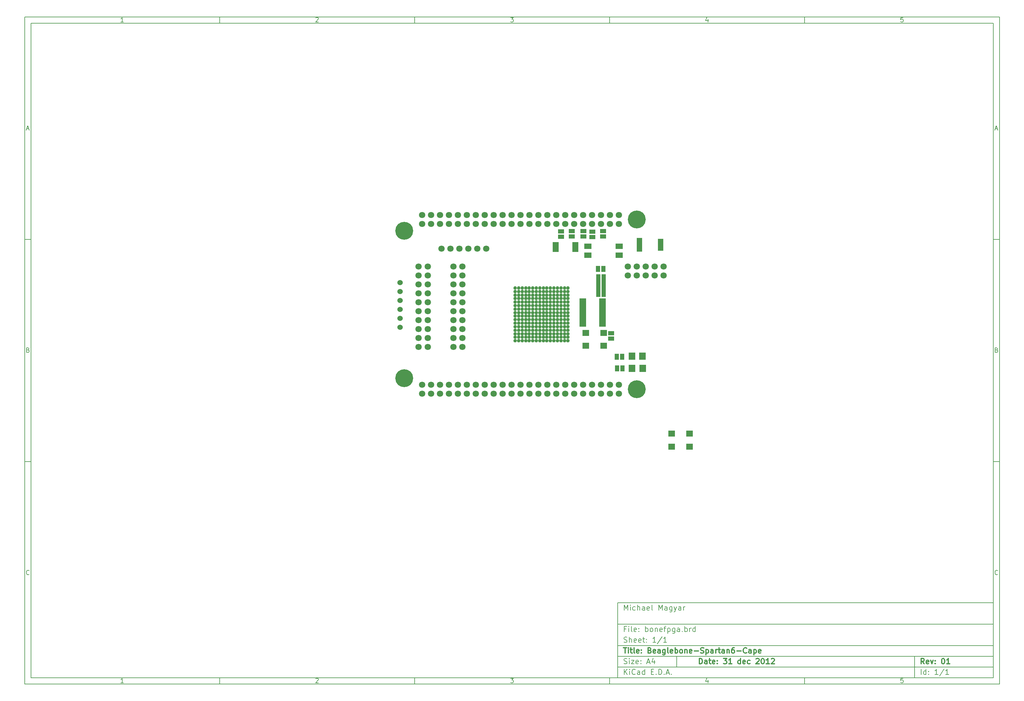
<source format=gts>
G04 (created by PCBNEW-RS274X (2012-jan-04)-stable) date Mon Dec 31 11:21:29 2012*
G01*
G70*
G90*
%MOIN*%
G04 Gerber Fmt 3.4, Leading zero omitted, Abs format*
%FSLAX34Y34*%
G04 APERTURE LIST*
%ADD10C,0.006000*%
%ADD11C,0.012000*%
%ADD12R,0.059400X0.157800*%
%ADD13R,0.059400X0.138100*%
%ADD14C,0.071200*%
%ADD15C,0.200000*%
%ADD16R,0.071200X0.031800*%
%ADD17R,0.077900X0.036500*%
%ADD18R,0.065000X0.045000*%
%ADD19R,0.045000X0.065000*%
%ADD20R,0.079100X0.063300*%
%ADD21R,0.075100X0.083000*%
%ADD22R,0.075100X0.067200*%
%ADD23C,0.039700*%
%ADD24C,0.060200*%
G04 APERTURE END LIST*
G54D10*
X04000Y-04000D02*
X113000Y-04000D01*
X113000Y-78670D01*
X04000Y-78670D01*
X04000Y-04000D01*
X04700Y-04700D02*
X112300Y-04700D01*
X112300Y-77970D01*
X04700Y-77970D01*
X04700Y-04700D01*
X25800Y-04000D02*
X25800Y-04700D01*
X15043Y-04552D02*
X14757Y-04552D01*
X14900Y-04552D02*
X14900Y-04052D01*
X14852Y-04124D01*
X14805Y-04171D01*
X14757Y-04195D01*
X25800Y-78670D02*
X25800Y-77970D01*
X15043Y-78522D02*
X14757Y-78522D01*
X14900Y-78522D02*
X14900Y-78022D01*
X14852Y-78094D01*
X14805Y-78141D01*
X14757Y-78165D01*
X47600Y-04000D02*
X47600Y-04700D01*
X36557Y-04100D02*
X36581Y-04076D01*
X36629Y-04052D01*
X36748Y-04052D01*
X36795Y-04076D01*
X36819Y-04100D01*
X36843Y-04148D01*
X36843Y-04195D01*
X36819Y-04267D01*
X36533Y-04552D01*
X36843Y-04552D01*
X47600Y-78670D02*
X47600Y-77970D01*
X36557Y-78070D02*
X36581Y-78046D01*
X36629Y-78022D01*
X36748Y-78022D01*
X36795Y-78046D01*
X36819Y-78070D01*
X36843Y-78118D01*
X36843Y-78165D01*
X36819Y-78237D01*
X36533Y-78522D01*
X36843Y-78522D01*
X69400Y-04000D02*
X69400Y-04700D01*
X58333Y-04052D02*
X58643Y-04052D01*
X58476Y-04243D01*
X58548Y-04243D01*
X58595Y-04267D01*
X58619Y-04290D01*
X58643Y-04338D01*
X58643Y-04457D01*
X58619Y-04505D01*
X58595Y-04529D01*
X58548Y-04552D01*
X58405Y-04552D01*
X58357Y-04529D01*
X58333Y-04505D01*
X69400Y-78670D02*
X69400Y-77970D01*
X58333Y-78022D02*
X58643Y-78022D01*
X58476Y-78213D01*
X58548Y-78213D01*
X58595Y-78237D01*
X58619Y-78260D01*
X58643Y-78308D01*
X58643Y-78427D01*
X58619Y-78475D01*
X58595Y-78499D01*
X58548Y-78522D01*
X58405Y-78522D01*
X58357Y-78499D01*
X58333Y-78475D01*
X91200Y-04000D02*
X91200Y-04700D01*
X80395Y-04219D02*
X80395Y-04552D01*
X80276Y-04029D02*
X80157Y-04386D01*
X80467Y-04386D01*
X91200Y-78670D02*
X91200Y-77970D01*
X80395Y-78189D02*
X80395Y-78522D01*
X80276Y-77999D02*
X80157Y-78356D01*
X80467Y-78356D01*
X102219Y-04052D02*
X101981Y-04052D01*
X101957Y-04290D01*
X101981Y-04267D01*
X102029Y-04243D01*
X102148Y-04243D01*
X102195Y-04267D01*
X102219Y-04290D01*
X102243Y-04338D01*
X102243Y-04457D01*
X102219Y-04505D01*
X102195Y-04529D01*
X102148Y-04552D01*
X102029Y-04552D01*
X101981Y-04529D01*
X101957Y-04505D01*
X102219Y-78022D02*
X101981Y-78022D01*
X101957Y-78260D01*
X101981Y-78237D01*
X102029Y-78213D01*
X102148Y-78213D01*
X102195Y-78237D01*
X102219Y-78260D01*
X102243Y-78308D01*
X102243Y-78427D01*
X102219Y-78475D01*
X102195Y-78499D01*
X102148Y-78522D01*
X102029Y-78522D01*
X101981Y-78499D01*
X101957Y-78475D01*
X04000Y-28890D02*
X04700Y-28890D01*
X04231Y-16510D02*
X04469Y-16510D01*
X04184Y-16652D02*
X04350Y-16152D01*
X04517Y-16652D01*
X113000Y-28890D02*
X112300Y-28890D01*
X112531Y-16510D02*
X112769Y-16510D01*
X112484Y-16652D02*
X112650Y-16152D01*
X112817Y-16652D01*
X04000Y-53780D02*
X04700Y-53780D01*
X04386Y-41280D02*
X04457Y-41304D01*
X04481Y-41328D01*
X04505Y-41376D01*
X04505Y-41447D01*
X04481Y-41495D01*
X04457Y-41519D01*
X04410Y-41542D01*
X04219Y-41542D01*
X04219Y-41042D01*
X04386Y-41042D01*
X04433Y-41066D01*
X04457Y-41090D01*
X04481Y-41138D01*
X04481Y-41185D01*
X04457Y-41233D01*
X04433Y-41257D01*
X04386Y-41280D01*
X04219Y-41280D01*
X113000Y-53780D02*
X112300Y-53780D01*
X112686Y-41280D02*
X112757Y-41304D01*
X112781Y-41328D01*
X112805Y-41376D01*
X112805Y-41447D01*
X112781Y-41495D01*
X112757Y-41519D01*
X112710Y-41542D01*
X112519Y-41542D01*
X112519Y-41042D01*
X112686Y-41042D01*
X112733Y-41066D01*
X112757Y-41090D01*
X112781Y-41138D01*
X112781Y-41185D01*
X112757Y-41233D01*
X112733Y-41257D01*
X112686Y-41280D01*
X112519Y-41280D01*
X04505Y-66385D02*
X04481Y-66409D01*
X04410Y-66432D01*
X04362Y-66432D01*
X04290Y-66409D01*
X04243Y-66361D01*
X04219Y-66313D01*
X04195Y-66218D01*
X04195Y-66147D01*
X04219Y-66051D01*
X04243Y-66004D01*
X04290Y-65956D01*
X04362Y-65932D01*
X04410Y-65932D01*
X04481Y-65956D01*
X04505Y-65980D01*
X112805Y-66385D02*
X112781Y-66409D01*
X112710Y-66432D01*
X112662Y-66432D01*
X112590Y-66409D01*
X112543Y-66361D01*
X112519Y-66313D01*
X112495Y-66218D01*
X112495Y-66147D01*
X112519Y-66051D01*
X112543Y-66004D01*
X112590Y-65956D01*
X112662Y-65932D01*
X112710Y-65932D01*
X112781Y-65956D01*
X112805Y-65980D01*
G54D11*
X79443Y-76413D02*
X79443Y-75813D01*
X79586Y-75813D01*
X79671Y-75841D01*
X79729Y-75899D01*
X79757Y-75956D01*
X79786Y-76070D01*
X79786Y-76156D01*
X79757Y-76270D01*
X79729Y-76327D01*
X79671Y-76384D01*
X79586Y-76413D01*
X79443Y-76413D01*
X80300Y-76413D02*
X80300Y-76099D01*
X80271Y-76041D01*
X80214Y-76013D01*
X80100Y-76013D01*
X80043Y-76041D01*
X80300Y-76384D02*
X80243Y-76413D01*
X80100Y-76413D01*
X80043Y-76384D01*
X80014Y-76327D01*
X80014Y-76270D01*
X80043Y-76213D01*
X80100Y-76184D01*
X80243Y-76184D01*
X80300Y-76156D01*
X80500Y-76013D02*
X80729Y-76013D01*
X80586Y-75813D02*
X80586Y-76327D01*
X80614Y-76384D01*
X80672Y-76413D01*
X80729Y-76413D01*
X81157Y-76384D02*
X81100Y-76413D01*
X80986Y-76413D01*
X80929Y-76384D01*
X80900Y-76327D01*
X80900Y-76099D01*
X80929Y-76041D01*
X80986Y-76013D01*
X81100Y-76013D01*
X81157Y-76041D01*
X81186Y-76099D01*
X81186Y-76156D01*
X80900Y-76213D01*
X81443Y-76356D02*
X81471Y-76384D01*
X81443Y-76413D01*
X81414Y-76384D01*
X81443Y-76356D01*
X81443Y-76413D01*
X81443Y-76041D02*
X81471Y-76070D01*
X81443Y-76099D01*
X81414Y-76070D01*
X81443Y-76041D01*
X81443Y-76099D01*
X82129Y-75813D02*
X82500Y-75813D01*
X82300Y-76041D01*
X82386Y-76041D01*
X82443Y-76070D01*
X82472Y-76099D01*
X82500Y-76156D01*
X82500Y-76299D01*
X82472Y-76356D01*
X82443Y-76384D01*
X82386Y-76413D01*
X82214Y-76413D01*
X82157Y-76384D01*
X82129Y-76356D01*
X83071Y-76413D02*
X82728Y-76413D01*
X82900Y-76413D02*
X82900Y-75813D01*
X82843Y-75899D01*
X82785Y-75956D01*
X82728Y-75984D01*
X84042Y-76413D02*
X84042Y-75813D01*
X84042Y-76384D02*
X83985Y-76413D01*
X83871Y-76413D01*
X83813Y-76384D01*
X83785Y-76356D01*
X83756Y-76299D01*
X83756Y-76127D01*
X83785Y-76070D01*
X83813Y-76041D01*
X83871Y-76013D01*
X83985Y-76013D01*
X84042Y-76041D01*
X84556Y-76384D02*
X84499Y-76413D01*
X84385Y-76413D01*
X84328Y-76384D01*
X84299Y-76327D01*
X84299Y-76099D01*
X84328Y-76041D01*
X84385Y-76013D01*
X84499Y-76013D01*
X84556Y-76041D01*
X84585Y-76099D01*
X84585Y-76156D01*
X84299Y-76213D01*
X85099Y-76384D02*
X85042Y-76413D01*
X84928Y-76413D01*
X84870Y-76384D01*
X84842Y-76356D01*
X84813Y-76299D01*
X84813Y-76127D01*
X84842Y-76070D01*
X84870Y-76041D01*
X84928Y-76013D01*
X85042Y-76013D01*
X85099Y-76041D01*
X85784Y-75870D02*
X85813Y-75841D01*
X85870Y-75813D01*
X86013Y-75813D01*
X86070Y-75841D01*
X86099Y-75870D01*
X86127Y-75927D01*
X86127Y-75984D01*
X86099Y-76070D01*
X85756Y-76413D01*
X86127Y-76413D01*
X86498Y-75813D02*
X86555Y-75813D01*
X86612Y-75841D01*
X86641Y-75870D01*
X86670Y-75927D01*
X86698Y-76041D01*
X86698Y-76184D01*
X86670Y-76299D01*
X86641Y-76356D01*
X86612Y-76384D01*
X86555Y-76413D01*
X86498Y-76413D01*
X86441Y-76384D01*
X86412Y-76356D01*
X86384Y-76299D01*
X86355Y-76184D01*
X86355Y-76041D01*
X86384Y-75927D01*
X86412Y-75870D01*
X86441Y-75841D01*
X86498Y-75813D01*
X87269Y-76413D02*
X86926Y-76413D01*
X87098Y-76413D02*
X87098Y-75813D01*
X87041Y-75899D01*
X86983Y-75956D01*
X86926Y-75984D01*
X87497Y-75870D02*
X87526Y-75841D01*
X87583Y-75813D01*
X87726Y-75813D01*
X87783Y-75841D01*
X87812Y-75870D01*
X87840Y-75927D01*
X87840Y-75984D01*
X87812Y-76070D01*
X87469Y-76413D01*
X87840Y-76413D01*
G54D10*
X71043Y-77613D02*
X71043Y-77013D01*
X71386Y-77613D02*
X71129Y-77270D01*
X71386Y-77013D02*
X71043Y-77356D01*
X71643Y-77613D02*
X71643Y-77213D01*
X71643Y-77013D02*
X71614Y-77041D01*
X71643Y-77070D01*
X71671Y-77041D01*
X71643Y-77013D01*
X71643Y-77070D01*
X72272Y-77556D02*
X72243Y-77584D01*
X72157Y-77613D01*
X72100Y-77613D01*
X72015Y-77584D01*
X71957Y-77527D01*
X71929Y-77470D01*
X71900Y-77356D01*
X71900Y-77270D01*
X71929Y-77156D01*
X71957Y-77099D01*
X72015Y-77041D01*
X72100Y-77013D01*
X72157Y-77013D01*
X72243Y-77041D01*
X72272Y-77070D01*
X72786Y-77613D02*
X72786Y-77299D01*
X72757Y-77241D01*
X72700Y-77213D01*
X72586Y-77213D01*
X72529Y-77241D01*
X72786Y-77584D02*
X72729Y-77613D01*
X72586Y-77613D01*
X72529Y-77584D01*
X72500Y-77527D01*
X72500Y-77470D01*
X72529Y-77413D01*
X72586Y-77384D01*
X72729Y-77384D01*
X72786Y-77356D01*
X73329Y-77613D02*
X73329Y-77013D01*
X73329Y-77584D02*
X73272Y-77613D01*
X73158Y-77613D01*
X73100Y-77584D01*
X73072Y-77556D01*
X73043Y-77499D01*
X73043Y-77327D01*
X73072Y-77270D01*
X73100Y-77241D01*
X73158Y-77213D01*
X73272Y-77213D01*
X73329Y-77241D01*
X74072Y-77299D02*
X74272Y-77299D01*
X74358Y-77613D02*
X74072Y-77613D01*
X74072Y-77013D01*
X74358Y-77013D01*
X74615Y-77556D02*
X74643Y-77584D01*
X74615Y-77613D01*
X74586Y-77584D01*
X74615Y-77556D01*
X74615Y-77613D01*
X74901Y-77613D02*
X74901Y-77013D01*
X75044Y-77013D01*
X75129Y-77041D01*
X75187Y-77099D01*
X75215Y-77156D01*
X75244Y-77270D01*
X75244Y-77356D01*
X75215Y-77470D01*
X75187Y-77527D01*
X75129Y-77584D01*
X75044Y-77613D01*
X74901Y-77613D01*
X75501Y-77556D02*
X75529Y-77584D01*
X75501Y-77613D01*
X75472Y-77584D01*
X75501Y-77556D01*
X75501Y-77613D01*
X75758Y-77441D02*
X76044Y-77441D01*
X75701Y-77613D02*
X75901Y-77013D01*
X76101Y-77613D01*
X76301Y-77556D02*
X76329Y-77584D01*
X76301Y-77613D01*
X76272Y-77584D01*
X76301Y-77556D01*
X76301Y-77613D01*
G54D11*
X104586Y-76413D02*
X104386Y-76127D01*
X104243Y-76413D02*
X104243Y-75813D01*
X104471Y-75813D01*
X104529Y-75841D01*
X104557Y-75870D01*
X104586Y-75927D01*
X104586Y-76013D01*
X104557Y-76070D01*
X104529Y-76099D01*
X104471Y-76127D01*
X104243Y-76127D01*
X105071Y-76384D02*
X105014Y-76413D01*
X104900Y-76413D01*
X104843Y-76384D01*
X104814Y-76327D01*
X104814Y-76099D01*
X104843Y-76041D01*
X104900Y-76013D01*
X105014Y-76013D01*
X105071Y-76041D01*
X105100Y-76099D01*
X105100Y-76156D01*
X104814Y-76213D01*
X105300Y-76013D02*
X105443Y-76413D01*
X105585Y-76013D01*
X105814Y-76356D02*
X105842Y-76384D01*
X105814Y-76413D01*
X105785Y-76384D01*
X105814Y-76356D01*
X105814Y-76413D01*
X105814Y-76041D02*
X105842Y-76070D01*
X105814Y-76099D01*
X105785Y-76070D01*
X105814Y-76041D01*
X105814Y-76099D01*
X106671Y-75813D02*
X106728Y-75813D01*
X106785Y-75841D01*
X106814Y-75870D01*
X106843Y-75927D01*
X106871Y-76041D01*
X106871Y-76184D01*
X106843Y-76299D01*
X106814Y-76356D01*
X106785Y-76384D01*
X106728Y-76413D01*
X106671Y-76413D01*
X106614Y-76384D01*
X106585Y-76356D01*
X106557Y-76299D01*
X106528Y-76184D01*
X106528Y-76041D01*
X106557Y-75927D01*
X106585Y-75870D01*
X106614Y-75841D01*
X106671Y-75813D01*
X107442Y-76413D02*
X107099Y-76413D01*
X107271Y-76413D02*
X107271Y-75813D01*
X107214Y-75899D01*
X107156Y-75956D01*
X107099Y-75984D01*
G54D10*
X71014Y-76384D02*
X71100Y-76413D01*
X71243Y-76413D01*
X71300Y-76384D01*
X71329Y-76356D01*
X71357Y-76299D01*
X71357Y-76241D01*
X71329Y-76184D01*
X71300Y-76156D01*
X71243Y-76127D01*
X71129Y-76099D01*
X71071Y-76070D01*
X71043Y-76041D01*
X71014Y-75984D01*
X71014Y-75927D01*
X71043Y-75870D01*
X71071Y-75841D01*
X71129Y-75813D01*
X71271Y-75813D01*
X71357Y-75841D01*
X71614Y-76413D02*
X71614Y-76013D01*
X71614Y-75813D02*
X71585Y-75841D01*
X71614Y-75870D01*
X71642Y-75841D01*
X71614Y-75813D01*
X71614Y-75870D01*
X71843Y-76013D02*
X72157Y-76013D01*
X71843Y-76413D01*
X72157Y-76413D01*
X72614Y-76384D02*
X72557Y-76413D01*
X72443Y-76413D01*
X72386Y-76384D01*
X72357Y-76327D01*
X72357Y-76099D01*
X72386Y-76041D01*
X72443Y-76013D01*
X72557Y-76013D01*
X72614Y-76041D01*
X72643Y-76099D01*
X72643Y-76156D01*
X72357Y-76213D01*
X72900Y-76356D02*
X72928Y-76384D01*
X72900Y-76413D01*
X72871Y-76384D01*
X72900Y-76356D01*
X72900Y-76413D01*
X72900Y-76041D02*
X72928Y-76070D01*
X72900Y-76099D01*
X72871Y-76070D01*
X72900Y-76041D01*
X72900Y-76099D01*
X73614Y-76241D02*
X73900Y-76241D01*
X73557Y-76413D02*
X73757Y-75813D01*
X73957Y-76413D01*
X74414Y-76013D02*
X74414Y-76413D01*
X74271Y-75784D02*
X74128Y-76213D01*
X74500Y-76213D01*
X104243Y-77613D02*
X104243Y-77013D01*
X104786Y-77613D02*
X104786Y-77013D01*
X104786Y-77584D02*
X104729Y-77613D01*
X104615Y-77613D01*
X104557Y-77584D01*
X104529Y-77556D01*
X104500Y-77499D01*
X104500Y-77327D01*
X104529Y-77270D01*
X104557Y-77241D01*
X104615Y-77213D01*
X104729Y-77213D01*
X104786Y-77241D01*
X105072Y-77556D02*
X105100Y-77584D01*
X105072Y-77613D01*
X105043Y-77584D01*
X105072Y-77556D01*
X105072Y-77613D01*
X105072Y-77241D02*
X105100Y-77270D01*
X105072Y-77299D01*
X105043Y-77270D01*
X105072Y-77241D01*
X105072Y-77299D01*
X106129Y-77613D02*
X105786Y-77613D01*
X105958Y-77613D02*
X105958Y-77013D01*
X105901Y-77099D01*
X105843Y-77156D01*
X105786Y-77184D01*
X106814Y-76984D02*
X106300Y-77756D01*
X107329Y-77613D02*
X106986Y-77613D01*
X107158Y-77613D02*
X107158Y-77013D01*
X107101Y-77099D01*
X107043Y-77156D01*
X106986Y-77184D01*
G54D11*
X70957Y-74613D02*
X71300Y-74613D01*
X71129Y-75213D02*
X71129Y-74613D01*
X71500Y-75213D02*
X71500Y-74813D01*
X71500Y-74613D02*
X71471Y-74641D01*
X71500Y-74670D01*
X71528Y-74641D01*
X71500Y-74613D01*
X71500Y-74670D01*
X71700Y-74813D02*
X71929Y-74813D01*
X71786Y-74613D02*
X71786Y-75127D01*
X71814Y-75184D01*
X71872Y-75213D01*
X71929Y-75213D01*
X72215Y-75213D02*
X72157Y-75184D01*
X72129Y-75127D01*
X72129Y-74613D01*
X72671Y-75184D02*
X72614Y-75213D01*
X72500Y-75213D01*
X72443Y-75184D01*
X72414Y-75127D01*
X72414Y-74899D01*
X72443Y-74841D01*
X72500Y-74813D01*
X72614Y-74813D01*
X72671Y-74841D01*
X72700Y-74899D01*
X72700Y-74956D01*
X72414Y-75013D01*
X72957Y-75156D02*
X72985Y-75184D01*
X72957Y-75213D01*
X72928Y-75184D01*
X72957Y-75156D01*
X72957Y-75213D01*
X72957Y-74841D02*
X72985Y-74870D01*
X72957Y-74899D01*
X72928Y-74870D01*
X72957Y-74841D01*
X72957Y-74899D01*
X73900Y-74899D02*
X73986Y-74927D01*
X74014Y-74956D01*
X74043Y-75013D01*
X74043Y-75099D01*
X74014Y-75156D01*
X73986Y-75184D01*
X73928Y-75213D01*
X73700Y-75213D01*
X73700Y-74613D01*
X73900Y-74613D01*
X73957Y-74641D01*
X73986Y-74670D01*
X74014Y-74727D01*
X74014Y-74784D01*
X73986Y-74841D01*
X73957Y-74870D01*
X73900Y-74899D01*
X73700Y-74899D01*
X74528Y-75184D02*
X74471Y-75213D01*
X74357Y-75213D01*
X74300Y-75184D01*
X74271Y-75127D01*
X74271Y-74899D01*
X74300Y-74841D01*
X74357Y-74813D01*
X74471Y-74813D01*
X74528Y-74841D01*
X74557Y-74899D01*
X74557Y-74956D01*
X74271Y-75013D01*
X75071Y-75213D02*
X75071Y-74899D01*
X75042Y-74841D01*
X74985Y-74813D01*
X74871Y-74813D01*
X74814Y-74841D01*
X75071Y-75184D02*
X75014Y-75213D01*
X74871Y-75213D01*
X74814Y-75184D01*
X74785Y-75127D01*
X74785Y-75070D01*
X74814Y-75013D01*
X74871Y-74984D01*
X75014Y-74984D01*
X75071Y-74956D01*
X75614Y-74813D02*
X75614Y-75299D01*
X75585Y-75356D01*
X75557Y-75384D01*
X75500Y-75413D01*
X75414Y-75413D01*
X75357Y-75384D01*
X75614Y-75184D02*
X75557Y-75213D01*
X75443Y-75213D01*
X75385Y-75184D01*
X75357Y-75156D01*
X75328Y-75099D01*
X75328Y-74927D01*
X75357Y-74870D01*
X75385Y-74841D01*
X75443Y-74813D01*
X75557Y-74813D01*
X75614Y-74841D01*
X75986Y-75213D02*
X75928Y-75184D01*
X75900Y-75127D01*
X75900Y-74613D01*
X76442Y-75184D02*
X76385Y-75213D01*
X76271Y-75213D01*
X76214Y-75184D01*
X76185Y-75127D01*
X76185Y-74899D01*
X76214Y-74841D01*
X76271Y-74813D01*
X76385Y-74813D01*
X76442Y-74841D01*
X76471Y-74899D01*
X76471Y-74956D01*
X76185Y-75013D01*
X76728Y-75213D02*
X76728Y-74613D01*
X76728Y-74841D02*
X76785Y-74813D01*
X76899Y-74813D01*
X76956Y-74841D01*
X76985Y-74870D01*
X77014Y-74927D01*
X77014Y-75099D01*
X76985Y-75156D01*
X76956Y-75184D01*
X76899Y-75213D01*
X76785Y-75213D01*
X76728Y-75184D01*
X77357Y-75213D02*
X77299Y-75184D01*
X77271Y-75156D01*
X77242Y-75099D01*
X77242Y-74927D01*
X77271Y-74870D01*
X77299Y-74841D01*
X77357Y-74813D01*
X77442Y-74813D01*
X77499Y-74841D01*
X77528Y-74870D01*
X77557Y-74927D01*
X77557Y-75099D01*
X77528Y-75156D01*
X77499Y-75184D01*
X77442Y-75213D01*
X77357Y-75213D01*
X77814Y-74813D02*
X77814Y-75213D01*
X77814Y-74870D02*
X77842Y-74841D01*
X77900Y-74813D01*
X77985Y-74813D01*
X78042Y-74841D01*
X78071Y-74899D01*
X78071Y-75213D01*
X78585Y-75184D02*
X78528Y-75213D01*
X78414Y-75213D01*
X78357Y-75184D01*
X78328Y-75127D01*
X78328Y-74899D01*
X78357Y-74841D01*
X78414Y-74813D01*
X78528Y-74813D01*
X78585Y-74841D01*
X78614Y-74899D01*
X78614Y-74956D01*
X78328Y-75013D01*
X78871Y-74984D02*
X79328Y-74984D01*
X79585Y-75184D02*
X79671Y-75213D01*
X79814Y-75213D01*
X79871Y-75184D01*
X79900Y-75156D01*
X79928Y-75099D01*
X79928Y-75041D01*
X79900Y-74984D01*
X79871Y-74956D01*
X79814Y-74927D01*
X79700Y-74899D01*
X79642Y-74870D01*
X79614Y-74841D01*
X79585Y-74784D01*
X79585Y-74727D01*
X79614Y-74670D01*
X79642Y-74641D01*
X79700Y-74613D01*
X79842Y-74613D01*
X79928Y-74641D01*
X80185Y-74813D02*
X80185Y-75413D01*
X80185Y-74841D02*
X80242Y-74813D01*
X80356Y-74813D01*
X80413Y-74841D01*
X80442Y-74870D01*
X80471Y-74927D01*
X80471Y-75099D01*
X80442Y-75156D01*
X80413Y-75184D01*
X80356Y-75213D01*
X80242Y-75213D01*
X80185Y-75184D01*
X80985Y-75213D02*
X80985Y-74899D01*
X80956Y-74841D01*
X80899Y-74813D01*
X80785Y-74813D01*
X80728Y-74841D01*
X80985Y-75184D02*
X80928Y-75213D01*
X80785Y-75213D01*
X80728Y-75184D01*
X80699Y-75127D01*
X80699Y-75070D01*
X80728Y-75013D01*
X80785Y-74984D01*
X80928Y-74984D01*
X80985Y-74956D01*
X81271Y-75213D02*
X81271Y-74813D01*
X81271Y-74927D02*
X81299Y-74870D01*
X81328Y-74841D01*
X81385Y-74813D01*
X81442Y-74813D01*
X81556Y-74813D02*
X81785Y-74813D01*
X81642Y-74613D02*
X81642Y-75127D01*
X81670Y-75184D01*
X81728Y-75213D01*
X81785Y-75213D01*
X82242Y-75213D02*
X82242Y-74899D01*
X82213Y-74841D01*
X82156Y-74813D01*
X82042Y-74813D01*
X81985Y-74841D01*
X82242Y-75184D02*
X82185Y-75213D01*
X82042Y-75213D01*
X81985Y-75184D01*
X81956Y-75127D01*
X81956Y-75070D01*
X81985Y-75013D01*
X82042Y-74984D01*
X82185Y-74984D01*
X82242Y-74956D01*
X82528Y-74813D02*
X82528Y-75213D01*
X82528Y-74870D02*
X82556Y-74841D01*
X82614Y-74813D01*
X82699Y-74813D01*
X82756Y-74841D01*
X82785Y-74899D01*
X82785Y-75213D01*
X83328Y-74613D02*
X83214Y-74613D01*
X83157Y-74641D01*
X83128Y-74670D01*
X83071Y-74756D01*
X83042Y-74870D01*
X83042Y-75099D01*
X83071Y-75156D01*
X83099Y-75184D01*
X83157Y-75213D01*
X83271Y-75213D01*
X83328Y-75184D01*
X83357Y-75156D01*
X83385Y-75099D01*
X83385Y-74956D01*
X83357Y-74899D01*
X83328Y-74870D01*
X83271Y-74841D01*
X83157Y-74841D01*
X83099Y-74870D01*
X83071Y-74899D01*
X83042Y-74956D01*
X83642Y-74984D02*
X84099Y-74984D01*
X84728Y-75156D02*
X84699Y-75184D01*
X84613Y-75213D01*
X84556Y-75213D01*
X84471Y-75184D01*
X84413Y-75127D01*
X84385Y-75070D01*
X84356Y-74956D01*
X84356Y-74870D01*
X84385Y-74756D01*
X84413Y-74699D01*
X84471Y-74641D01*
X84556Y-74613D01*
X84613Y-74613D01*
X84699Y-74641D01*
X84728Y-74670D01*
X85242Y-75213D02*
X85242Y-74899D01*
X85213Y-74841D01*
X85156Y-74813D01*
X85042Y-74813D01*
X84985Y-74841D01*
X85242Y-75184D02*
X85185Y-75213D01*
X85042Y-75213D01*
X84985Y-75184D01*
X84956Y-75127D01*
X84956Y-75070D01*
X84985Y-75013D01*
X85042Y-74984D01*
X85185Y-74984D01*
X85242Y-74956D01*
X85528Y-74813D02*
X85528Y-75413D01*
X85528Y-74841D02*
X85585Y-74813D01*
X85699Y-74813D01*
X85756Y-74841D01*
X85785Y-74870D01*
X85814Y-74927D01*
X85814Y-75099D01*
X85785Y-75156D01*
X85756Y-75184D01*
X85699Y-75213D01*
X85585Y-75213D01*
X85528Y-75184D01*
X86299Y-75184D02*
X86242Y-75213D01*
X86128Y-75213D01*
X86071Y-75184D01*
X86042Y-75127D01*
X86042Y-74899D01*
X86071Y-74841D01*
X86128Y-74813D01*
X86242Y-74813D01*
X86299Y-74841D01*
X86328Y-74899D01*
X86328Y-74956D01*
X86042Y-75013D01*
G54D10*
X71243Y-72499D02*
X71043Y-72499D01*
X71043Y-72813D02*
X71043Y-72213D01*
X71329Y-72213D01*
X71557Y-72813D02*
X71557Y-72413D01*
X71557Y-72213D02*
X71528Y-72241D01*
X71557Y-72270D01*
X71585Y-72241D01*
X71557Y-72213D01*
X71557Y-72270D01*
X71929Y-72813D02*
X71871Y-72784D01*
X71843Y-72727D01*
X71843Y-72213D01*
X72385Y-72784D02*
X72328Y-72813D01*
X72214Y-72813D01*
X72157Y-72784D01*
X72128Y-72727D01*
X72128Y-72499D01*
X72157Y-72441D01*
X72214Y-72413D01*
X72328Y-72413D01*
X72385Y-72441D01*
X72414Y-72499D01*
X72414Y-72556D01*
X72128Y-72613D01*
X72671Y-72756D02*
X72699Y-72784D01*
X72671Y-72813D01*
X72642Y-72784D01*
X72671Y-72756D01*
X72671Y-72813D01*
X72671Y-72441D02*
X72699Y-72470D01*
X72671Y-72499D01*
X72642Y-72470D01*
X72671Y-72441D01*
X72671Y-72499D01*
X73414Y-72813D02*
X73414Y-72213D01*
X73414Y-72441D02*
X73471Y-72413D01*
X73585Y-72413D01*
X73642Y-72441D01*
X73671Y-72470D01*
X73700Y-72527D01*
X73700Y-72699D01*
X73671Y-72756D01*
X73642Y-72784D01*
X73585Y-72813D01*
X73471Y-72813D01*
X73414Y-72784D01*
X74043Y-72813D02*
X73985Y-72784D01*
X73957Y-72756D01*
X73928Y-72699D01*
X73928Y-72527D01*
X73957Y-72470D01*
X73985Y-72441D01*
X74043Y-72413D01*
X74128Y-72413D01*
X74185Y-72441D01*
X74214Y-72470D01*
X74243Y-72527D01*
X74243Y-72699D01*
X74214Y-72756D01*
X74185Y-72784D01*
X74128Y-72813D01*
X74043Y-72813D01*
X74500Y-72413D02*
X74500Y-72813D01*
X74500Y-72470D02*
X74528Y-72441D01*
X74586Y-72413D01*
X74671Y-72413D01*
X74728Y-72441D01*
X74757Y-72499D01*
X74757Y-72813D01*
X75271Y-72784D02*
X75214Y-72813D01*
X75100Y-72813D01*
X75043Y-72784D01*
X75014Y-72727D01*
X75014Y-72499D01*
X75043Y-72441D01*
X75100Y-72413D01*
X75214Y-72413D01*
X75271Y-72441D01*
X75300Y-72499D01*
X75300Y-72556D01*
X75014Y-72613D01*
X75471Y-72413D02*
X75700Y-72413D01*
X75557Y-72813D02*
X75557Y-72299D01*
X75585Y-72241D01*
X75643Y-72213D01*
X75700Y-72213D01*
X75900Y-72413D02*
X75900Y-73013D01*
X75900Y-72441D02*
X75957Y-72413D01*
X76071Y-72413D01*
X76128Y-72441D01*
X76157Y-72470D01*
X76186Y-72527D01*
X76186Y-72699D01*
X76157Y-72756D01*
X76128Y-72784D01*
X76071Y-72813D01*
X75957Y-72813D01*
X75900Y-72784D01*
X76700Y-72413D02*
X76700Y-72899D01*
X76671Y-72956D01*
X76643Y-72984D01*
X76586Y-73013D01*
X76500Y-73013D01*
X76443Y-72984D01*
X76700Y-72784D02*
X76643Y-72813D01*
X76529Y-72813D01*
X76471Y-72784D01*
X76443Y-72756D01*
X76414Y-72699D01*
X76414Y-72527D01*
X76443Y-72470D01*
X76471Y-72441D01*
X76529Y-72413D01*
X76643Y-72413D01*
X76700Y-72441D01*
X77243Y-72813D02*
X77243Y-72499D01*
X77214Y-72441D01*
X77157Y-72413D01*
X77043Y-72413D01*
X76986Y-72441D01*
X77243Y-72784D02*
X77186Y-72813D01*
X77043Y-72813D01*
X76986Y-72784D01*
X76957Y-72727D01*
X76957Y-72670D01*
X76986Y-72613D01*
X77043Y-72584D01*
X77186Y-72584D01*
X77243Y-72556D01*
X77529Y-72756D02*
X77557Y-72784D01*
X77529Y-72813D01*
X77500Y-72784D01*
X77529Y-72756D01*
X77529Y-72813D01*
X77815Y-72813D02*
X77815Y-72213D01*
X77815Y-72441D02*
X77872Y-72413D01*
X77986Y-72413D01*
X78043Y-72441D01*
X78072Y-72470D01*
X78101Y-72527D01*
X78101Y-72699D01*
X78072Y-72756D01*
X78043Y-72784D01*
X77986Y-72813D01*
X77872Y-72813D01*
X77815Y-72784D01*
X78358Y-72813D02*
X78358Y-72413D01*
X78358Y-72527D02*
X78386Y-72470D01*
X78415Y-72441D01*
X78472Y-72413D01*
X78529Y-72413D01*
X78986Y-72813D02*
X78986Y-72213D01*
X78986Y-72784D02*
X78929Y-72813D01*
X78815Y-72813D01*
X78757Y-72784D01*
X78729Y-72756D01*
X78700Y-72699D01*
X78700Y-72527D01*
X78729Y-72470D01*
X78757Y-72441D01*
X78815Y-72413D01*
X78929Y-72413D01*
X78986Y-72441D01*
X71014Y-73984D02*
X71100Y-74013D01*
X71243Y-74013D01*
X71300Y-73984D01*
X71329Y-73956D01*
X71357Y-73899D01*
X71357Y-73841D01*
X71329Y-73784D01*
X71300Y-73756D01*
X71243Y-73727D01*
X71129Y-73699D01*
X71071Y-73670D01*
X71043Y-73641D01*
X71014Y-73584D01*
X71014Y-73527D01*
X71043Y-73470D01*
X71071Y-73441D01*
X71129Y-73413D01*
X71271Y-73413D01*
X71357Y-73441D01*
X71614Y-74013D02*
X71614Y-73413D01*
X71871Y-74013D02*
X71871Y-73699D01*
X71842Y-73641D01*
X71785Y-73613D01*
X71700Y-73613D01*
X71642Y-73641D01*
X71614Y-73670D01*
X72385Y-73984D02*
X72328Y-74013D01*
X72214Y-74013D01*
X72157Y-73984D01*
X72128Y-73927D01*
X72128Y-73699D01*
X72157Y-73641D01*
X72214Y-73613D01*
X72328Y-73613D01*
X72385Y-73641D01*
X72414Y-73699D01*
X72414Y-73756D01*
X72128Y-73813D01*
X72899Y-73984D02*
X72842Y-74013D01*
X72728Y-74013D01*
X72671Y-73984D01*
X72642Y-73927D01*
X72642Y-73699D01*
X72671Y-73641D01*
X72728Y-73613D01*
X72842Y-73613D01*
X72899Y-73641D01*
X72928Y-73699D01*
X72928Y-73756D01*
X72642Y-73813D01*
X73099Y-73613D02*
X73328Y-73613D01*
X73185Y-73413D02*
X73185Y-73927D01*
X73213Y-73984D01*
X73271Y-74013D01*
X73328Y-74013D01*
X73528Y-73956D02*
X73556Y-73984D01*
X73528Y-74013D01*
X73499Y-73984D01*
X73528Y-73956D01*
X73528Y-74013D01*
X73528Y-73641D02*
X73556Y-73670D01*
X73528Y-73699D01*
X73499Y-73670D01*
X73528Y-73641D01*
X73528Y-73699D01*
X74585Y-74013D02*
X74242Y-74013D01*
X74414Y-74013D02*
X74414Y-73413D01*
X74357Y-73499D01*
X74299Y-73556D01*
X74242Y-73584D01*
X75270Y-73384D02*
X74756Y-74156D01*
X75785Y-74013D02*
X75442Y-74013D01*
X75614Y-74013D02*
X75614Y-73413D01*
X75557Y-73499D01*
X75499Y-73556D01*
X75442Y-73584D01*
X71043Y-70413D02*
X71043Y-69813D01*
X71243Y-70241D01*
X71443Y-69813D01*
X71443Y-70413D01*
X71729Y-70413D02*
X71729Y-70013D01*
X71729Y-69813D02*
X71700Y-69841D01*
X71729Y-69870D01*
X71757Y-69841D01*
X71729Y-69813D01*
X71729Y-69870D01*
X72272Y-70384D02*
X72215Y-70413D01*
X72101Y-70413D01*
X72043Y-70384D01*
X72015Y-70356D01*
X71986Y-70299D01*
X71986Y-70127D01*
X72015Y-70070D01*
X72043Y-70041D01*
X72101Y-70013D01*
X72215Y-70013D01*
X72272Y-70041D01*
X72529Y-70413D02*
X72529Y-69813D01*
X72786Y-70413D02*
X72786Y-70099D01*
X72757Y-70041D01*
X72700Y-70013D01*
X72615Y-70013D01*
X72557Y-70041D01*
X72529Y-70070D01*
X73329Y-70413D02*
X73329Y-70099D01*
X73300Y-70041D01*
X73243Y-70013D01*
X73129Y-70013D01*
X73072Y-70041D01*
X73329Y-70384D02*
X73272Y-70413D01*
X73129Y-70413D01*
X73072Y-70384D01*
X73043Y-70327D01*
X73043Y-70270D01*
X73072Y-70213D01*
X73129Y-70184D01*
X73272Y-70184D01*
X73329Y-70156D01*
X73843Y-70384D02*
X73786Y-70413D01*
X73672Y-70413D01*
X73615Y-70384D01*
X73586Y-70327D01*
X73586Y-70099D01*
X73615Y-70041D01*
X73672Y-70013D01*
X73786Y-70013D01*
X73843Y-70041D01*
X73872Y-70099D01*
X73872Y-70156D01*
X73586Y-70213D01*
X74215Y-70413D02*
X74157Y-70384D01*
X74129Y-70327D01*
X74129Y-69813D01*
X74900Y-70413D02*
X74900Y-69813D01*
X75100Y-70241D01*
X75300Y-69813D01*
X75300Y-70413D01*
X75843Y-70413D02*
X75843Y-70099D01*
X75814Y-70041D01*
X75757Y-70013D01*
X75643Y-70013D01*
X75586Y-70041D01*
X75843Y-70384D02*
X75786Y-70413D01*
X75643Y-70413D01*
X75586Y-70384D01*
X75557Y-70327D01*
X75557Y-70270D01*
X75586Y-70213D01*
X75643Y-70184D01*
X75786Y-70184D01*
X75843Y-70156D01*
X76386Y-70013D02*
X76386Y-70499D01*
X76357Y-70556D01*
X76329Y-70584D01*
X76272Y-70613D01*
X76186Y-70613D01*
X76129Y-70584D01*
X76386Y-70384D02*
X76329Y-70413D01*
X76215Y-70413D01*
X76157Y-70384D01*
X76129Y-70356D01*
X76100Y-70299D01*
X76100Y-70127D01*
X76129Y-70070D01*
X76157Y-70041D01*
X76215Y-70013D01*
X76329Y-70013D01*
X76386Y-70041D01*
X76615Y-70013D02*
X76758Y-70413D01*
X76900Y-70013D02*
X76758Y-70413D01*
X76700Y-70556D01*
X76672Y-70584D01*
X76615Y-70613D01*
X77386Y-70413D02*
X77386Y-70099D01*
X77357Y-70041D01*
X77300Y-70013D01*
X77186Y-70013D01*
X77129Y-70041D01*
X77386Y-70384D02*
X77329Y-70413D01*
X77186Y-70413D01*
X77129Y-70384D01*
X77100Y-70327D01*
X77100Y-70270D01*
X77129Y-70213D01*
X77186Y-70184D01*
X77329Y-70184D01*
X77386Y-70156D01*
X77672Y-70413D02*
X77672Y-70013D01*
X77672Y-70127D02*
X77700Y-70070D01*
X77729Y-70041D01*
X77786Y-70013D01*
X77843Y-70013D01*
X70300Y-69570D02*
X70300Y-77970D01*
X70300Y-71970D02*
X112300Y-71970D01*
X70300Y-69570D02*
X112300Y-69570D01*
X70300Y-74370D02*
X112300Y-74370D01*
X103500Y-75570D02*
X103500Y-77970D01*
X70300Y-76770D02*
X112300Y-76770D01*
X70300Y-75570D02*
X112300Y-75570D01*
X76900Y-75570D02*
X76900Y-76770D01*
G54D12*
X72736Y-29504D03*
G54D13*
X75098Y-29504D03*
G54D14*
X51949Y-32949D03*
X52956Y-32949D03*
X51949Y-31949D03*
X52956Y-31949D03*
X52956Y-35949D03*
X51949Y-35949D03*
X52956Y-36949D03*
X51949Y-36949D03*
X52956Y-33949D03*
X51949Y-33949D03*
X52956Y-34949D03*
X51949Y-34949D03*
X51949Y-38949D03*
X52956Y-38949D03*
X51949Y-37949D03*
X52956Y-37949D03*
X51949Y-40949D03*
X52956Y-40949D03*
X51949Y-39949D03*
X52956Y-39949D03*
X55610Y-29925D03*
X54610Y-29925D03*
X53610Y-29925D03*
X50610Y-29925D03*
X51610Y-29925D03*
X52610Y-29925D03*
G54D15*
X46431Y-27931D03*
X72431Y-26681D03*
X72431Y-45681D03*
X46431Y-44431D03*
G54D14*
X70431Y-26181D03*
X70431Y-27181D03*
X69431Y-26181D03*
X69431Y-27181D03*
X68431Y-26181D03*
X68431Y-27181D03*
X67431Y-26181D03*
X67431Y-27181D03*
X66431Y-26181D03*
X66431Y-27181D03*
X65431Y-26181D03*
X65431Y-27181D03*
X64431Y-26181D03*
X64431Y-27181D03*
X63431Y-26181D03*
X63431Y-27181D03*
X62431Y-26181D03*
X62431Y-27181D03*
X61431Y-26181D03*
X61431Y-27181D03*
X60431Y-26181D03*
X60431Y-27181D03*
X59431Y-26181D03*
X59431Y-27181D03*
X58431Y-26181D03*
X58431Y-27181D03*
X57431Y-26181D03*
X57431Y-27181D03*
X56431Y-26181D03*
X56431Y-27181D03*
X55431Y-26181D03*
X55431Y-27181D03*
X54431Y-26181D03*
X54431Y-27181D03*
X53431Y-26181D03*
X53431Y-27181D03*
X52431Y-26181D03*
X52431Y-27181D03*
X51431Y-26181D03*
X51431Y-27181D03*
X50431Y-26181D03*
X50431Y-27181D03*
X49431Y-26181D03*
X49431Y-27181D03*
X48431Y-26181D03*
X48431Y-27181D03*
X70431Y-45181D03*
X70431Y-46181D03*
X69431Y-45181D03*
X69431Y-46181D03*
X68431Y-45181D03*
X68431Y-46181D03*
X67431Y-45181D03*
X67431Y-46181D03*
X66431Y-45181D03*
X66431Y-46181D03*
X65431Y-45181D03*
X65431Y-46181D03*
X64431Y-45181D03*
X64431Y-46181D03*
X63431Y-45181D03*
X63431Y-46181D03*
X62431Y-45181D03*
X62431Y-46181D03*
X61431Y-45181D03*
X61431Y-46181D03*
X60431Y-45181D03*
X60431Y-46181D03*
X59431Y-45181D03*
X59431Y-46181D03*
X58431Y-45181D03*
X58431Y-46181D03*
X57431Y-45181D03*
X57431Y-46181D03*
X56431Y-45181D03*
X56431Y-46181D03*
X55431Y-45181D03*
X55431Y-46181D03*
X54431Y-45181D03*
X54431Y-46181D03*
X53431Y-45181D03*
X53431Y-46181D03*
X52431Y-45181D03*
X52431Y-46181D03*
X51431Y-45181D03*
X51431Y-46181D03*
X50431Y-45181D03*
X50431Y-46181D03*
X49431Y-45181D03*
X49431Y-46181D03*
X48431Y-45181D03*
X48431Y-46181D03*
X75431Y-31931D03*
X75431Y-32931D03*
X74431Y-31931D03*
X74431Y-32931D03*
X73431Y-31931D03*
X73431Y-32931D03*
X72431Y-31931D03*
X72431Y-32931D03*
X71431Y-31931D03*
X71431Y-32931D03*
G54D16*
X65580Y-30130D03*
X65580Y-29880D03*
X65580Y-29620D03*
X65580Y-29370D03*
X63380Y-29370D03*
X63380Y-29620D03*
X63380Y-29880D03*
X63380Y-30135D03*
G54D17*
X66394Y-37207D03*
X66394Y-37463D03*
X66394Y-37719D03*
X66394Y-37975D03*
X66394Y-36439D03*
X66394Y-36695D03*
X66394Y-36951D03*
X68598Y-37207D03*
X68598Y-36951D03*
X68598Y-36695D03*
X68598Y-36439D03*
X68598Y-36183D03*
X68598Y-35927D03*
X66394Y-38231D03*
X68596Y-35671D03*
X66394Y-36183D03*
X66394Y-38487D03*
X68598Y-37463D03*
X66394Y-35928D03*
X68598Y-38487D03*
X68598Y-37718D03*
X66394Y-35672D03*
X68598Y-38231D03*
X68598Y-37974D03*
G54D18*
X68681Y-27972D03*
X68681Y-28572D03*
X67492Y-28023D03*
X67492Y-28623D03*
X66472Y-27983D03*
X66472Y-28583D03*
X63980Y-28015D03*
X63980Y-28615D03*
X65173Y-27980D03*
X65173Y-28580D03*
G54D19*
X68709Y-32209D03*
X68109Y-32209D03*
X68733Y-33122D03*
X68133Y-33122D03*
X68729Y-34350D03*
X68129Y-34350D03*
X68741Y-35000D03*
X68141Y-35000D03*
X68737Y-33729D03*
X68137Y-33729D03*
X70816Y-42043D03*
X70216Y-42043D03*
X70831Y-43331D03*
X70231Y-43331D03*
G54D18*
X69587Y-39405D03*
X69587Y-40005D03*
G54D20*
X70469Y-29654D03*
X70469Y-30654D03*
X66966Y-29654D03*
X66966Y-30654D03*
G54D21*
X71894Y-41984D03*
X73075Y-41984D03*
X71921Y-43319D03*
X73102Y-43319D03*
G54D14*
X48059Y-32949D03*
X49066Y-32949D03*
X48059Y-31949D03*
X49066Y-31949D03*
X49066Y-35949D03*
X48059Y-35949D03*
X49066Y-36949D03*
X48059Y-36949D03*
X49066Y-33949D03*
X48059Y-33949D03*
X49066Y-34949D03*
X48059Y-34949D03*
X48059Y-38949D03*
X49066Y-38949D03*
X48059Y-37949D03*
X49066Y-37949D03*
X48059Y-40949D03*
X49066Y-40949D03*
X48059Y-39949D03*
X49066Y-39949D03*
G54D22*
X66728Y-39358D03*
X68728Y-39358D03*
X68728Y-40815D03*
X66728Y-40815D03*
G54D23*
X58849Y-40240D03*
X58849Y-39847D03*
X58849Y-39453D03*
X58849Y-39059D03*
X58849Y-38665D03*
X58849Y-38272D03*
X58849Y-37878D03*
X58849Y-37484D03*
X58849Y-37091D03*
X58849Y-36697D03*
X58849Y-36303D03*
X58849Y-35910D03*
X58849Y-35516D03*
X58849Y-35122D03*
X58849Y-34728D03*
X58849Y-34335D03*
X59242Y-40240D03*
X59242Y-39847D03*
X59242Y-39453D03*
X59242Y-39059D03*
X59242Y-38665D03*
X59242Y-38272D03*
X59242Y-37878D03*
X59242Y-37484D03*
X59242Y-37091D03*
X59242Y-36697D03*
X59242Y-36303D03*
X59242Y-35909D03*
X59242Y-35516D03*
X59242Y-35122D03*
X59242Y-34729D03*
X59242Y-34335D03*
X59636Y-40240D03*
X59636Y-39847D03*
X59636Y-39453D03*
X59636Y-39059D03*
X59636Y-38665D03*
X59636Y-38272D03*
X59636Y-37878D03*
X59636Y-37484D03*
X59636Y-37091D03*
X59636Y-36697D03*
X59636Y-36303D03*
X59636Y-35910D03*
X59636Y-35516D03*
X59636Y-35122D03*
X59636Y-34728D03*
X59636Y-34335D03*
X60030Y-40240D03*
X60030Y-39847D03*
X60030Y-39453D03*
X60030Y-39059D03*
X60030Y-38665D03*
X60030Y-38272D03*
X60030Y-37878D03*
X60030Y-37484D03*
X60030Y-37091D03*
X60030Y-36697D03*
X60030Y-36303D03*
X60030Y-35910D03*
X60030Y-35516D03*
X60030Y-35122D03*
X60030Y-34728D03*
X60030Y-34335D03*
X60424Y-40240D03*
X60424Y-39847D03*
X60424Y-39453D03*
X60424Y-39059D03*
X60424Y-38665D03*
X60424Y-38272D03*
X60424Y-37878D03*
X60424Y-37484D03*
X60424Y-37091D03*
X60424Y-36697D03*
X60424Y-36303D03*
X60424Y-35910D03*
X60424Y-35516D03*
X60424Y-35122D03*
X60424Y-34728D03*
X60424Y-34335D03*
X60817Y-40240D03*
X60817Y-39847D03*
X60817Y-39453D03*
X60817Y-39059D03*
X60817Y-38665D03*
X60817Y-38272D03*
X60817Y-37878D03*
X60817Y-37484D03*
X60817Y-37091D03*
X60817Y-36697D03*
X60817Y-36303D03*
X60817Y-35910D03*
X60817Y-35516D03*
X60817Y-35122D03*
X60817Y-34728D03*
X60817Y-34335D03*
X61211Y-40240D03*
X61211Y-39847D03*
X61211Y-39453D03*
X61211Y-39059D03*
X61211Y-38665D03*
X61211Y-38272D03*
X61211Y-37878D03*
X61211Y-37484D03*
X61211Y-37091D03*
X61211Y-36697D03*
X61211Y-36303D03*
X61211Y-35910D03*
X61211Y-35516D03*
X61211Y-35122D03*
X61211Y-34728D03*
X61211Y-34335D03*
X61605Y-40240D03*
X61605Y-39847D03*
X61605Y-39453D03*
X61605Y-39059D03*
X61605Y-38665D03*
X61605Y-38272D03*
X61605Y-37878D03*
X61605Y-37484D03*
X61605Y-37091D03*
X61605Y-36697D03*
X61605Y-36303D03*
X61605Y-35910D03*
X61605Y-35516D03*
X61605Y-35122D03*
X61605Y-34728D03*
X61605Y-34335D03*
X61998Y-40240D03*
X61998Y-39847D03*
X61998Y-39453D03*
X61998Y-39059D03*
X61998Y-38665D03*
X61998Y-38272D03*
X61998Y-37878D03*
X61998Y-37484D03*
X61998Y-37091D03*
X61998Y-36697D03*
X61998Y-36303D03*
X61998Y-35910D03*
X61998Y-35516D03*
X61998Y-35122D03*
X61998Y-34728D03*
X61998Y-34335D03*
X62392Y-40240D03*
X62392Y-39847D03*
X62392Y-39453D03*
X62392Y-39059D03*
X62392Y-38665D03*
X62392Y-38272D03*
X62392Y-37878D03*
X62392Y-37484D03*
X62392Y-37091D03*
X62392Y-36697D03*
X62392Y-36303D03*
X62392Y-35910D03*
X62392Y-35516D03*
X62392Y-35122D03*
X62392Y-34728D03*
X62392Y-34335D03*
X62786Y-40240D03*
X62786Y-39847D03*
X62786Y-39453D03*
X62786Y-39059D03*
X62786Y-38665D03*
X62786Y-38272D03*
X62786Y-37878D03*
X62786Y-37484D03*
X62786Y-37091D03*
X62786Y-36697D03*
X62786Y-36303D03*
X62786Y-35910D03*
X62786Y-35516D03*
X62786Y-35122D03*
X62786Y-34728D03*
X62786Y-34335D03*
X63179Y-40240D03*
X63179Y-39847D03*
X63179Y-39453D03*
X63179Y-39059D03*
X63179Y-38665D03*
X63179Y-38272D03*
X63179Y-37878D03*
X63179Y-37484D03*
X63179Y-37091D03*
X63179Y-36697D03*
X63179Y-36303D03*
X63179Y-35910D03*
X63179Y-35516D03*
X63179Y-35122D03*
X63179Y-34728D03*
X63179Y-34335D03*
X63573Y-40240D03*
X63573Y-39847D03*
X63573Y-39453D03*
X63573Y-39059D03*
X63573Y-38665D03*
X63573Y-38272D03*
X63573Y-37878D03*
X63573Y-37484D03*
X63573Y-37091D03*
X63573Y-36697D03*
X63573Y-36303D03*
X63573Y-35910D03*
X63573Y-35516D03*
X63573Y-35122D03*
X63573Y-34728D03*
X63573Y-34335D03*
X63967Y-40240D03*
X63967Y-39847D03*
X63967Y-39453D03*
X63967Y-39059D03*
X63967Y-38665D03*
X63967Y-38272D03*
X63967Y-37878D03*
X63967Y-37484D03*
X63967Y-37091D03*
X63967Y-36697D03*
X63967Y-36303D03*
X63967Y-35910D03*
X63967Y-35516D03*
X63967Y-35122D03*
X63967Y-34728D03*
X63967Y-34335D03*
X64361Y-40240D03*
X64361Y-39847D03*
X64361Y-39453D03*
X64361Y-39059D03*
X64361Y-38665D03*
X64361Y-38272D03*
X64361Y-37878D03*
X64361Y-37484D03*
X64361Y-37091D03*
X64361Y-36697D03*
X64361Y-36303D03*
X64361Y-35910D03*
X64361Y-35516D03*
X64361Y-35122D03*
X64361Y-34728D03*
X64361Y-34335D03*
X64754Y-40240D03*
X64754Y-39847D03*
X64754Y-39453D03*
X64754Y-39059D03*
X64754Y-38665D03*
X64754Y-38272D03*
X64754Y-37878D03*
X64754Y-37484D03*
X64754Y-37091D03*
X64754Y-36697D03*
X64754Y-36303D03*
X64754Y-35910D03*
X64754Y-35516D03*
X64754Y-35122D03*
X64754Y-34728D03*
X64754Y-34335D03*
G54D24*
X45980Y-38726D03*
X45980Y-37726D03*
X45980Y-36726D03*
X45980Y-33726D03*
X45980Y-34726D03*
X45980Y-35726D03*
G54D22*
X76340Y-50643D03*
X78340Y-50643D03*
X78340Y-52100D03*
X76340Y-52100D03*
M02*

</source>
